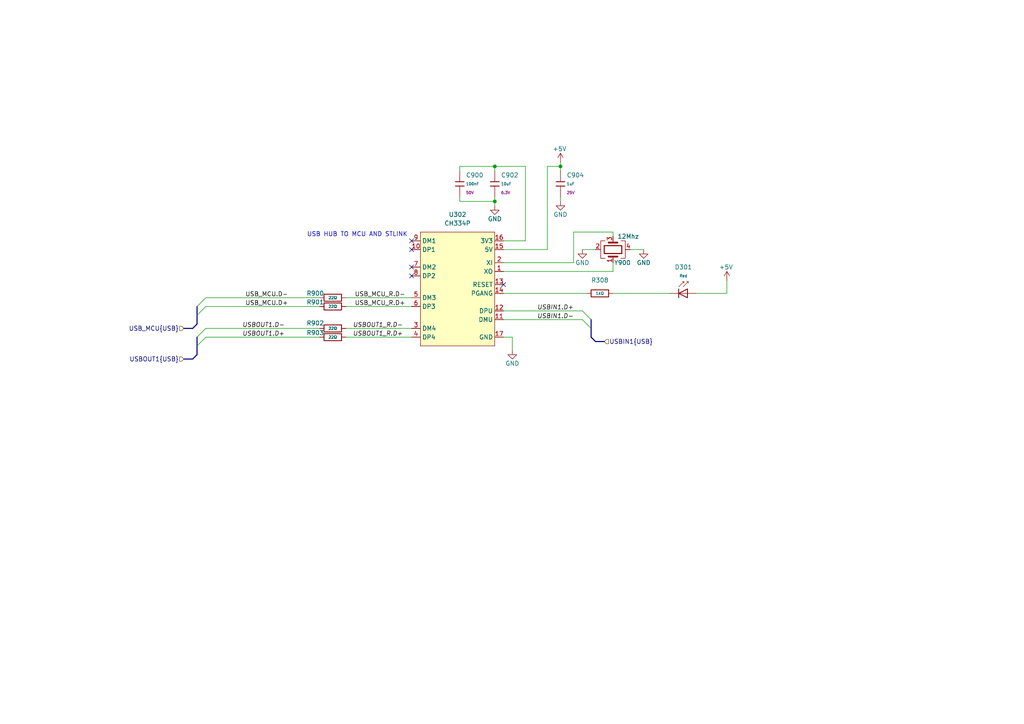
<source format=kicad_sch>
(kicad_sch (version 20231120) (generator "eeschema") (generator_version "8.0")
  (paper "A4")
  (title_block (title "ModuCard base module") (date "2025-02-18") (rev "1.0.0") (company "KoNaR") (comment 1 "Base project authors: Dominik Pluta, Artem Horiunov") (comment 2 "Project author: <author>"))
  (lib_symbols
    (symbol "CH334P:CH334P"
      (property "Reference" "U" (at -8.89 7.62 0))
      (property "Value" "CH334P" (at -1.27 1.27 0))
      (symbol "CH334P_1_1"
        (rectangle (start -10.16 6.35) (end 11.43 -26.67) (fill (type background)))
        (pin input line (at 13.97 -5.08 180) (length 2.54) (name "XO") (number "1"))
        (pin input line (at -12.7 1.27 0) (length 2.54) (name "DP1") (number "10"))
        (pin input line (at 13.97 -19.05 180) (length 2.54) (name "DMU") (number "11"))
        (pin input line (at 13.97 -16.51 180) (length 2.54) (name "DPU") (number "12"))
        (pin input line (at 13.97 -8.89 180) (length 2.54) (name "RESET") (number "13"))
        (pin input line (at 13.97 -11.43 180) (length 2.54) (name "PGANG") (number "14"))
        (pin input line (at 13.97 1.27 180) (length 2.54) (name "5V") (number "15"))
        (pin input line (at 13.97 3.81 180) (length 2.54) (name "3V3") (number "16"))
        (pin input line (at 13.97 -24.13 180) (length 2.54) (name "GND") (number "17"))
        (pin input line (at 13.97 -2.54 180) (length 2.54) (name "XI") (number "2"))
        (pin input line (at -12.7 -21.59 0) (length 2.54) (name "DM4") (number "3"))
        (pin input line (at -12.7 -24.13 0) (length 2.54) (name "DP4") (number "4"))
        (pin input line (at -12.7 -12.7 0) (length 2.54) (name "DM3") (number "5"))
        (pin input line (at -12.7 -15.24 0) (length 2.54) (name "DP3") (number "6"))
        (pin input line (at -12.7 -3.81 0) (length 2.54) (name "DM2") (number "7"))
        (pin input line (at -12.7 -6.35 0) (length 2.54) (name "DP2") (number "8"))
        (pin input line (at -12.7 3.81 0) (length 2.54) (name "DM1") (number "9"))
      )
    )
    (symbol "Device:Crystal_GND24" (pin_names (offset 1.016) hide)
      (property "Reference" "Y" (at 3.175 5.08 0))
      (property "Value" "Crystal_GND24" (at 3.175 3.175 0))
      (symbol "Crystal_GND24_0_1"
        (rectangle (start -1.143 2.54) (end 1.143 -2.54) (stroke (width 0.3048)))
        (polyline (pts (xy -2.54 0) (xy -2.032 0)))
        (polyline (pts (xy -2.032 -1.27) (xy -2.032 1.27)) (stroke (width 0.508)))
        (polyline (pts (xy 0 -3.81) (xy 0 -3.556)))
        (polyline (pts (xy 0 3.556) (xy 0 3.81)))
        (polyline (pts (xy 2.032 -1.27) (xy 2.032 1.27)) (stroke (width 0.508)))
        (polyline (pts (xy 2.032 0) (xy 2.54 0)))
        (polyline (pts (xy -2.54 -2.286) (xy -2.54 -3.556) (xy 2.54 -3.556) (xy 2.54 -2.286)))
        (polyline (pts (xy -2.54 2.286) (xy -2.54 3.556) (xy 2.54 3.556) (xy 2.54 2.286)))
      )
      (symbol "Crystal_GND24_1_1"
        (pin passive line (at -3.81 0 0) (length 1.27) (name "1") (number "1"))
        (pin passive line (at 0 5.08 270) (length 1.27) (name "2") (number "2"))
        (pin passive line (at 3.81 0 180) (length 1.27) (name "3") (number "3"))
        (pin passive line (at 0 -5.08 90) (length 1.27) (name "4") (number "4"))
      )
    )
    (symbol "GND_1" (power) (pin_numbers hide) (pin_names (offset 0) hide)
      (property "Value" "GND" (at 0 -3.81 0))
      (symbol "GND_1_0_1"
        (polyline (pts (xy 0 0) (xy 0 -1.27) (xy 1.27 -1.27) (xy 0 -2.54) (xy -1.27 -1.27) (xy 0 -1.27)))
      )
      (symbol "GND_1_1_1"
        (pin power_in line (at 0 0 270) (length 0) (name "~") (number "1"))
      )
    )
    (symbol "PCM_JLCPCB-Capacitors:0402,100nF,(2)" (pin_numbers hide) (pin_names (offset 0))
      (property "Reference" "C" (at 2.032 1.668 0))
      (property "Value" "100nF" (at 2.032 -0.3782 0))
      (property "Voltage Rated" "50V" (at 2.032 -2.0462 0))
      (symbol "0402,100nF,(2)_0_1"
        (polyline (pts (xy -1.27 -0.635) (xy 1.27 -0.635)) (stroke (width 0.254)))
        (polyline (pts (xy -1.27 0.635) (xy 1.27 0.635)) (stroke (width 0.254)))
      )
      (symbol "0402,100nF,(2)_1_1"
        (pin passive line (at 0 3.81 270) (length 3.175) (name "~") (number "1"))
        (pin passive line (at 0 -3.81 90) (length 3.175) (name "~") (number "2"))
      )
    )
    (symbol "PCM_JLCPCB-Capacitors:0402,10uF" (pin_numbers hide) (pin_names (offset 0))
      (property "Reference" "C" (at 2.032 1.668 0))
      (property "Value" "10uF" (at 2.032 -0.3782 0))
      (property "Voltage Rated" "6.3V" (at 2.032 -2.0462 0))
      (symbol "0402,10uF_0_1"
        (polyline (pts (xy -1.27 -0.635) (xy 1.27 -0.635)) (stroke (width 0.254)))
        (polyline (pts (xy -1.27 0.635) (xy 1.27 0.635)) (stroke (width 0.254)))
      )
      (symbol "0402,10uF_1_1"
        (pin passive line (at 0 3.81 270) (length 3.175) (name "~") (number "1"))
        (pin passive line (at 0 -3.81 90) (length 3.175) (name "~") (number "2"))
      )
    )
    (symbol "PCM_JLCPCB-Capacitors:0402,1uF" (pin_numbers hide) (pin_names (offset 0))
      (property "Reference" "C" (at 2.032 1.668 0))
      (property "Value" "1uF" (at 2.032 -0.3782 0))
      (property "Voltage Rated" "25V" (at 2.032 -2.0462 0))
      (symbol "0402,1uF_0_1"
        (polyline (pts (xy -1.27 -0.635) (xy 1.27 -0.635)) (stroke (width 0.254)))
        (polyline (pts (xy -1.27 0.635) (xy 1.27 0.635)) (stroke (width 0.254)))
      )
      (symbol "0402,1uF_1_1"
        (pin passive line (at 0 3.81 270) (length 3.175) (name "~") (number "1"))
        (pin passive line (at 0 -3.81 90) (length 3.175) (name "~") (number "2"))
      )
    )
    (symbol "PCM_JLCPCB-Diodes:LED,0603,Red" (pin_numbers hide) (pin_names (offset 0))
      (property "Reference" "D" (at 2.032 0.834 0))
      (property "Value" "Red" (at 2.032 -1.2122 0))
      (symbol "LED,0603,Red_0_1"
        (polyline (pts (xy -1.27 -1.27) (xy 1.27 -1.27)) (stroke (width 0.254)))
        (polyline (pts (xy -1.27 1.27) (xy 0 -1.27) (xy 1.27 1.27) (xy -1.27 1.27)) (stroke (width 0.254)))
        (polyline (pts (xy -1.905 -1.27) (xy -3.429 0.254) (xy -3.429 -0.254) (xy -3.429 0.254) (xy -2.921 0.254)) (stroke (width 0.127)))
        (polyline (pts (xy -1.905 0) (xy -3.429 1.524) (xy -3.429 1.016) (xy -3.429 1.524) (xy -2.921 1.524)) (stroke (width 0.127)))
      )
      (symbol "LED,0603,Red_1_1"
        (pin passive line (at 0 -3.81 90) (length 3.81) (name "~") (number "1"))
        (pin passive line (at 0 3.81 270) (length 3.81) (name "~") (number "2"))
      )
    )
    (symbol "PCM_JLCPCB-Resistors:0402,1kΩ" (pin_numbers hide) (pin_names (offset 0))
      (property "Reference" "R" (at 1.778 0 0))
      (property "Value" "1kΩ" (at 0 0 90))
      (symbol "0402,1kΩ_0_1"
        (rectangle (start -1.016 2.54) (end 1.016 -2.54) (stroke (width 0.254)))
      )
      (symbol "0402,1kΩ_1_1"
        (pin passive line (at 0 3.81 270) (length 1.27) (name "~") (number "1"))
        (pin passive line (at 0 -3.81 90) (length 1.27) (name "~") (number "2"))
      )
    )
    (symbol "PCM_JLCPCB-Resistors:0402,22Ω" (pin_numbers hide) (pin_names (offset 0))
      (property "Reference" "R" (at 1.778 0 0))
      (property "Value" "22Ω" (at 0 0 90))
      (symbol "0402,22Ω_0_1"
        (rectangle (start -1.016 2.54) (end 1.016 -2.54) (stroke (width 0.254)))
      )
      (symbol "0402,22Ω_1_1"
        (pin passive line (at 0 3.81 270) (length 1.27) (name "~") (number "1"))
        (pin passive line (at 0 -3.81 90) (length 1.27) (name "~") (number "2"))
      )
    )
    (symbol "power:+5V" (power) (pin_numbers hide) (pin_names (offset 0) hide)
      (property "Value" "+5V" (at 0 3.556 0))
      (symbol "+5V_0_1"
        (polyline (pts (xy -0.762 1.27) (xy 0 2.54)))
        (polyline (pts (xy 0 0) (xy 0 2.54)))
        (polyline (pts (xy 0 2.54) (xy 0.762 1.27)))
      )
      (symbol "+5V_1_1"
        (pin power_in line (at 0 0 90) (length 0) (name "~") (number "1"))
      )
    )
    (symbol "power:GND" (power) (pin_names (offset 0))
      (property "Value" "GND" (at 0 -3.81 0))
      (symbol "GND_0_1"
        (polyline (pts (xy 0 0) (xy 0 -1.27) (xy 1.27 -1.27) (xy 0 -2.54) (xy -1.27 -1.27) (xy 0 -1.27)))
      )
      (symbol "GND_1_1"
        (pin power_in line (at 0 0 270) (length 0) hide (name "GND") (number "1"))
      )
    )
  )
  (bus_alias "USB" (members "D+" "D-"))
  (junction (at 162.56 48.26))
  (junction (at 143.51 58.42))
  (junction (at 143.51 48.26))
  (no_connect (at 119.38 80.01))
  (no_connect (at 119.38 77.47))
  (no_connect (at 119.38 69.85))
  (no_connect (at 146.05 82.55))
  (no_connect (at 119.38 72.39))
  (bus_entry (at 59.69 86.36) (size -2.54 2.54))
  (bus_entry (at 171.45 95.25) (size -2.54 -2.54))
  (bus_entry (at 59.69 95.25) (size -2.54 2.54))
  (bus_entry (at 59.69 97.79) (size -2.54 2.54))
  (bus_entry (at 171.45 92.71) (size -2.54 -2.54))
  (bus_entry (at 59.69 88.9) (size -2.54 2.54))
  (wire (pts (xy 133.35 48.26) (xy 143.51 48.26)))
  (wire (pts (xy 59.69 97.79) (xy 92.71 97.79)))
  (wire (pts (xy 182.88 72.39) (xy 186.69 72.39)))
  (wire (pts (xy 59.69 95.25) (xy 92.71 95.25)))
  (wire (pts (xy 158.75 48.26) (xy 158.75 72.39)))
  (wire (pts (xy 146.05 90.17) (xy 168.91 90.17)))
  (wire (pts (xy 201.93 85.09) (xy 210.82 85.09)))
  (bus (pts (xy 57.15 91.44) (xy 57.15 93.98)))
  (wire (pts (xy 168.91 72.39) (xy 172.72 72.39)))
  (wire (pts (xy 143.51 57.15) (xy 143.51 58.42)))
  (bus (pts (xy 53.34 95.25) (xy 55.88 95.25)))
  (wire (pts (xy 162.56 46.99) (xy 162.56 48.26)))
  (bus (pts (xy 57.15 88.9) (xy 57.15 91.44)))
  (wire (pts (xy 166.37 67.31) (xy 177.8 67.31)))
  (wire (pts (xy 152.4 48.26) (xy 152.4 69.85)))
  (wire (pts (xy 143.51 58.42) (xy 143.51 59.69)))
  (wire (pts (xy 146.05 69.85) (xy 152.4 69.85)))
  (bus (pts (xy 57.15 100.33) (xy 57.15 102.87)))
  (bus (pts (xy 172.72 99.06) (xy 171.45 97.79)))
  (bus (pts (xy 57.15 97.79) (xy 57.15 100.33)))
  (wire (pts (xy 146.05 92.71) (xy 168.91 92.71)))
  (wire (pts (xy 146.05 78.74) (xy 177.8 78.74)))
  (wire (pts (xy 210.82 85.09) (xy 210.82 81.28)))
  (wire (pts (xy 59.69 86.36) (xy 92.71 86.36)))
  (bus (pts (xy 53.34 104.14) (xy 55.88 104.14)))
  (wire (pts (xy 133.35 58.42) (xy 143.51 58.42)))
  (wire (pts (xy 148.59 101.6) (xy 148.59 97.79)))
  (wire (pts (xy 133.35 58.42) (xy 133.35 57.15)))
  (wire (pts (xy 152.4 48.26) (xy 143.51 48.26)))
  (bus (pts (xy 57.15 93.98) (xy 55.88 95.25)))
  (wire (pts (xy 100.33 88.9) (xy 119.38 88.9)))
  (wire (pts (xy 162.56 49.53) (xy 162.56 48.26)))
  (wire (pts (xy 146.05 72.39) (xy 158.75 72.39)))
  (wire (pts (xy 146.05 85.09) (xy 170.18 85.09)))
  (wire (pts (xy 148.59 97.79) (xy 146.05 97.79)))
  (wire (pts (xy 133.35 48.26) (xy 133.35 49.53)))
  (wire (pts (xy 100.33 86.36) (xy 119.38 86.36)))
  (bus (pts (xy 172.72 99.06) (xy 175.26 99.06)))
  (wire (pts (xy 143.51 49.53) (xy 143.51 48.26)))
  (bus (pts (xy 171.45 92.71) (xy 171.45 95.25)))
  (wire (pts (xy 177.8 85.09) (xy 194.31 85.09)))
  (bus (pts (xy 57.15 102.87) (xy 55.88 104.14)))
  (wire (pts (xy 146.05 76.2) (xy 166.37 76.2)))
  (wire (pts (xy 166.37 67.31) (xy 166.37 76.2)))
  (wire (pts (xy 100.33 97.79) (xy 119.38 97.79)))
  (wire (pts (xy 59.69 88.9) (xy 92.71 88.9)))
  (wire (pts (xy 100.33 95.25) (xy 119.38 95.25)))
  (wire (pts (xy 177.8 67.31) (xy 177.8 68.58)))
  (wire (pts (xy 177.8 76.2) (xy 177.8 78.74)))
  (bus (pts (xy 171.45 95.25) (xy 171.45 97.79)))
  (wire (pts (xy 162.56 57.15) (xy 162.56 58.42)))
  (wire (pts (xy 158.75 48.26) (xy 162.56 48.26)))
  (text "USB HUB TO MCU AND STLINK" (at 103.632 68.072 0) (effects (font (size 1.27 1.27))))
  (label "USBIN1.D-" (at 166.37 92.71 180) (effects (font (italic yes))))
  (label "USB_MCU.D+" (at 71.12 88.9 0))
  (label "USBIN1.D+" (at 166.37 90.17 180) (effects (font (italic yes))))
  (label "USB_MCU_R.D+" (at 102.87 88.9 0))
  (label "USB_MCU_R.D-" (at 102.87 86.36 0))
  (label "USB_MCU.D-" (at 71.12 86.36 0))
  (label "USBOUT1.D-" (at 82.55 95.25 180) (effects (font (italic yes))))
  (label "USBOUT1_R.D+" (at 116.84 97.79 180) (effects (font (italic yes))))
  (label "USBOUT1.D+" (at 82.55 97.79 180) (effects (font (italic yes))))
  (label "USBOUT1_R.D-" (at 116.84 95.25 180) (effects (font (italic yes))))
  (hierarchical_label "USBIN1{USB}" (shape input) (at 175.26 99.06 0))
  (hierarchical_label "USBOUT1{USB}" (shape input) (at 53.34 104.14 180))
  (hierarchical_label "USB_MCU{USB}" (shape input) (at 53.34 95.25 180))
  (symbol (lib_id "PCM_JLCPCB-Resistors:0402,22Ω") (at 96.52 86.36 90) (unit 1)
    (property "Reference" "R900" (at 91.44 85.09 90))
    (property "Value" "22Ω" (at 96.52 86.36 90) (effects (font (size 0.8 0.8))))
    (property "Footprint" "PCM_JLCPCB:R_0402" (effects (hide yes)))
    (property "Datasheet" "https://www.lcsc.com/datasheet/lcsc_datasheet_2205311900_UNI-ROYAL-Uniroyal-Elec-0402WGF220JTCE_C25092.pdf" (effects (hide yes)))
    (property "Description" "62.5mW Thick Film Resistors 50V ±1% ±100ppm/°C 22Ω 0402 Chip Resistor - Surface Mount ROHS" (effects (hide yes)))
    (property "LCSC" "C25092" (effects (hide yes)))
    (property "Stock" "2497993" (effects (hide yes)))
    (property "Price" "0.004USD" (effects (hide yes)))
    (property "Process" "SMT" (effects (hide yes)))
    (property "Minimum Qty" "20" (effects (hide yes)))
    (property "Attrition Qty" "10" (effects (hide yes)))
    (property "Class" "Basic Component" (effects (hide yes)))
    (property "Category" "Resistors,Chip Resistor - Surface Mount" (effects (hide yes)))
    (property "Manufacturer" "UNI-ROYAL(Uniroyal Elec)" (effects (hide yes)))
    (property "Part" "0402WGF220JTCE" (effects (hide yes)))
    (property "Resistance" "22Ω" (effects (hide yes)))
    (property "Power(Watts)" "62.5mW" (effects (hide yes)))
    (property "Type" "Thick Film Resistors" (effects (hide yes)))
    (property "Overload Voltage (Max)" "50V" (effects (hide yes)))
    (property "Operating Temperature Range" "-55°C~+155°C" (effects (hide yes)))
    (property "Tolerance" "±1%" (effects (hide yes)))
    (property "Temperature Coefficient" "±100ppm/°C" (effects (hide yes)))
  )
  (symbol (lib_id "power:GND") (at 186.69 72.39 0) (unit 1)
    (property "Reference" "#PWR0901" (effects (hide yes)))
    (property "Value" "GND" (at 186.69 76.2 0))
  )
  (symbol (lib_id "power:GND") (at 143.51 59.69 0) (unit 1)
    (property "Reference" "#PWR0905" (effects (hide yes)))
    (property "Value" "GND" (at 143.51 63.5 0))
  )
  (symbol (lib_id "PCM_JLCPCB-Capacitors:0402,100nF,(2)") (at 133.35 53.34 0) (unit 1)
    (property "Reference" "C900" (at 135.128 50.7999 0) (effects (justify left)))
    (property "Value" "100nF" (at 135.128 53.34 0) (effects (font (size 0.8 0.8)) (justify left)))
    (property "Footprint" "PCM_JLCPCB:C_0402" (effects (hide yes)))
    (property "Datasheet" "https://www.lcsc.com/datasheet/lcsc_datasheet_2304140030_Samsung-Electro-Mechanics-CL05B104KB54PNC_C307331.pdf" (effects (hide yes)))
    (property "Description" "50V 100nF X7R ±10% 0402 Multilayer Ceramic Capacitors MLCC - SMD/SMT ROHS" (effects (hide yes)))
    (property "LCSC" "C307331" (effects (hide yes)))
    (property "Stock" "3851753" (effects (hide yes)))
    (property "Price" "0.008USD" (effects (hide yes)))
    (property "Process" "SMT" (effects (hide yes)))
    (property "Minimum Qty" "20" (effects (hide yes)))
    (property "Attrition Qty" "10" (effects (hide yes)))
    (property "Class" "Basic Component" (effects (hide yes)))
    (property "Category" "Capacitors,Multilayer Ceramic Capacitors MLCC - SMD/SMT" (effects (hide yes)))
    (property "Manufacturer" "Samsung Electro-Mechanics" (effects (hide yes)))
    (property "Part" "CL05B104KB54PNC" (effects (hide yes)))
    (property "Voltage Rated" "50V" (at 135.128 55.88 0) (effects (font (size 0.8 0.8)) (justify left)))
    (property "Tolerance" "±10%" (effects (hide yes)))
    (property "Capacitance" "100nF" (effects (hide yes)))
    (property "Temperature Coefficient" "X7R" (effects (hide yes)))
  )
  (symbol (lib_id "PCM_JLCPCB-Capacitors:0402,1uF") (at 162.56 53.34 0) (unit 1)
    (property "Reference" "C904" (at 164.338 50.8 0) (effects (justify left)))
    (property "Value" "1uF" (at 164.338 53.3401 0) (effects (font (size 0.8 0.8)) (justify left)))
    (property "Footprint" "PCM_JLCPCB:C_0402" (effects (hide yes)))
    (property "Datasheet" "https://www.lcsc.com/datasheet/lcsc_datasheet_2304140030_Samsung-Electro-Mechanics-CL05A105KA5NQNC_C52923.pdf" (effects (hide yes)))
    (property "Description" "25V 1uF X5R ±10% 0402 Multilayer Ceramic Capacitors MLCC - SMD/SMT ROHS" (effects (hide yes)))
    (property "LCSC" "C52923" (effects (hide yes)))
    (property "Stock" "6814914" (effects (hide yes)))
    (property "Price" "0.006USD" (effects (hide yes)))
    (property "Process" "SMT" (effects (hide yes)))
    (property "Minimum Qty" "20" (effects (hide yes)))
    (property "Attrition Qty" "10" (effects (hide yes)))
    (property "Class" "Basic Component" (effects (hide yes)))
    (property "Category" "Capacitors,Multilayer Ceramic Capacitors MLCC - SMD/SMT" (effects (hide yes)))
    (property "Manufacturer" "Samsung Electro-Mechanics" (effects (hide yes)))
    (property "Part" "CL05A105KA5NQNC" (effects (hide yes)))
    (property "Voltage Rated" "25V" (at 164.338 55.8801 0) (effects (font (size 0.8 0.8)) (justify left)))
    (property "Tolerance" "±10%" (effects (hide yes)))
    (property "Capacitance" "1uF" (effects (hide yes)))
    (property "Temperature Coefficient" "X5R" (effects (hide yes)))
  )
  (symbol (lib_id "CH334P:CH334P") (at 132.08 73.66 0) (unit 1)
    (property "Reference" "U302" (at 132.715 62.23 0))
    (property "Value" "CH334P" (at 132.715 64.77 0))
    (property "Footprint" "Package_DFN_QFN:QFN-16-1EP_3x3mm_P0.5mm_EP1.7x1.7mm" (effects (hide yes)))
    (property "Datasheet" "https://www.lcsc.com/datasheet/lcsc_datasheet_2408131044_WCH-Jiangsu-Qin-Heng-CH334P_C5373042.pdf" (effects (hide yes)))
    (property "Description" "4 Port Hub with MTT" (effects (hide yes)))
  )
  (symbol (lib_id "PCM_JLCPCB-Resistors:0402,22Ω") (at 96.52 95.25 90) (unit 1)
    (property "Reference" "R902" (at 91.44 93.726 90))
    (property "Value" "22Ω" (at 96.52 95.25 90) (effects (font (size 0.8 0.8))))
    (property "Footprint" "PCM_JLCPCB:R_0402" (effects (hide yes)))
    (property "Datasheet" "https://www.lcsc.com/datasheet/lcsc_datasheet_2205311900_UNI-ROYAL-Uniroyal-Elec-0402WGF220JTCE_C25092.pdf" (effects (hide yes)))
    (property "Description" "62.5mW Thick Film Resistors 50V ±1% ±100ppm/°C 22Ω 0402 Chip Resistor - Surface Mount ROHS" (effects (hide yes)))
    (property "LCSC" "C25092" (effects (hide yes)))
    (property "Stock" "2497993" (effects (hide yes)))
    (property "Price" "0.004USD" (effects (hide yes)))
    (property "Process" "SMT" (effects (hide yes)))
    (property "Minimum Qty" "20" (effects (hide yes)))
    (property "Attrition Qty" "10" (effects (hide yes)))
    (property "Class" "Basic Component" (effects (hide yes)))
    (property "Category" "Resistors,Chip Resistor - Surface Mount" (effects (hide yes)))
    (property "Manufacturer" "UNI-ROYAL(Uniroyal Elec)" (effects (hide yes)))
    (property "Part" "0402WGF220JTCE" (effects (hide yes)))
    (property "Resistance" "22Ω" (effects (hide yes)))
    (property "Power(Watts)" "62.5mW" (effects (hide yes)))
    (property "Type" "Thick Film Resistors" (effects (hide yes)))
    (property "Overload Voltage (Max)" "50V" (effects (hide yes)))
    (property "Operating Temperature Range" "-55°C~+155°C" (effects (hide yes)))
    (property "Tolerance" "±1%" (effects (hide yes)))
    (property "Temperature Coefficient" "±100ppm/°C" (effects (hide yes)))
  )
  (symbol (lib_id "PCM_JLCPCB-Resistors:0402,22Ω") (at 96.52 97.79 90) (unit 1)
    (property "Reference" "R903" (at 91.44 96.52 90))
    (property "Value" "22Ω" (at 96.52 97.79 90) (effects (font (size 0.8 0.8))))
    (property "Footprint" "PCM_JLCPCB:R_0402" (effects (hide yes)))
    (property "Datasheet" "https://www.lcsc.com/datasheet/lcsc_datasheet_2205311900_UNI-ROYAL-Uniroyal-Elec-0402WGF220JTCE_C25092.pdf" (effects (hide yes)))
    (property "Description" "62.5mW Thick Film Resistors 50V ±1% ±100ppm/°C 22Ω 0402 Chip Resistor - Surface Mount ROHS" (effects (hide yes)))
    (property "LCSC" "C25092" (effects (hide yes)))
    (property "Stock" "2497993" (effects (hide yes)))
    (property "Price" "0.004USD" (effects (hide yes)))
    (property "Process" "SMT" (effects (hide yes)))
    (property "Minimum Qty" "20" (effects (hide yes)))
    (property "Attrition Qty" "10" (effects (hide yes)))
    (property "Class" "Basic Component" (effects (hide yes)))
    (property "Category" "Resistors,Chip Resistor - Surface Mount" (effects (hide yes)))
    (property "Manufacturer" "UNI-ROYAL(Uniroyal Elec)" (effects (hide yes)))
    (property "Part" "0402WGF220JTCE" (effects (hide yes)))
    (property "Resistance" "22Ω" (effects (hide yes)))
    (property "Power(Watts)" "62.5mW" (effects (hide yes)))
    (property "Type" "Thick Film Resistors" (effects (hide yes)))
    (property "Overload Voltage (Max)" "50V" (effects (hide yes)))
    (property "Operating Temperature Range" "-55°C~+155°C" (effects (hide yes)))
    (property "Tolerance" "±1%" (effects (hide yes)))
    (property "Temperature Coefficient" "±100ppm/°C" (effects (hide yes)))
  )
  (symbol (lib_id "PCM_JLCPCB-Resistors:0402,22Ω") (at 96.52 88.9 90) (unit 1)
    (property "Reference" "R901" (at 91.44 87.63 90))
    (property "Value" "22Ω" (at 96.52 88.9 90) (effects (font (size 0.8 0.8))))
    (property "Footprint" "PCM_JLCPCB:R_0402" (effects (hide yes)))
    (property "Datasheet" "https://www.lcsc.com/datasheet/lcsc_datasheet_2205311900_UNI-ROYAL-Uniroyal-Elec-0402WGF220JTCE_C25092.pdf" (effects (hide yes)))
    (property "Description" "62.5mW Thick Film Resistors 50V ±1% ±100ppm/°C 22Ω 0402 Chip Resistor - Surface Mount ROHS" (effects (hide yes)))
    (property "LCSC" "C25092" (effects (hide yes)))
    (property "Stock" "2497993" (effects (hide yes)))
    (property "Price" "0.004USD" (effects (hide yes)))
    (property "Process" "SMT" (effects (hide yes)))
    (property "Minimum Qty" "20" (effects (hide yes)))
    (property "Attrition Qty" "10" (effects (hide yes)))
    (property "Class" "Basic Component" (effects (hide yes)))
    (property "Category" "Resistors,Chip Resistor - Surface Mount" (effects (hide yes)))
    (property "Manufacturer" "UNI-ROYAL(Uniroyal Elec)" (effects (hide yes)))
    (property "Part" "0402WGF220JTCE" (effects (hide yes)))
    (property "Resistance" "22Ω" (effects (hide yes)))
    (property "Power(Watts)" "62.5mW" (effects (hide yes)))
    (property "Type" "Thick Film Resistors" (effects (hide yes)))
    (property "Overload Voltage (Max)" "50V" (effects (hide yes)))
    (property "Operating Temperature Range" "-55°C~+155°C" (effects (hide yes)))
    (property "Tolerance" "±1%" (effects (hide yes)))
    (property "Temperature Coefficient" "±100ppm/°C" (effects (hide yes)))
  )
  (symbol (lib_name "GND_1") (lib_id "power:GND") (at 148.59 101.6 0) (unit 1)
    (property "Reference" "#PWR0329" (effects (hide yes)))
    (property "Value" "GND" (at 148.59 105.41 0))
    (property "Description" "Power symbol creates a global label with name \"GND\" , ground" (effects (hide yes)))
  )
  (symbol (lib_id "PCM_JLCPCB-Diodes:LED,0603,Red") (at 198.12 85.09 270) (unit 1)
    (property "Reference" "D301" (at 198.2152 77.47 90))
    (property "Value" "Red" (at 198.2152 80.01 90) (effects (font (size 0.8 0.8))))
    (property "Footprint" "PCM_JLCPCB:D_0603" (effects (hide yes)))
    (property "Datasheet" "https://www.lcsc.com/datasheet/lcsc_datasheet_1810231112_Hubei-KENTO-Elec-KT-0603R_C2286.pdf" (effects (hide yes)))
    (property "Description" "-40°C~+85°C Red 0603 LED Indication - Discrete ROHS" (effects (hide yes)))
    (property "LCSC" "C2286" (effects (hide yes)))
    (property "Stock" "2282993" (effects (hide yes)))
    (property "Price" "0.009USD" (effects (hide yes)))
    (property "Process" "SMT" (effects (hide yes)))
    (property "Minimum Qty" "20" (effects (hide yes)))
    (property "Attrition Qty" "6" (effects (hide yes)))
    (property "Class" "Basic Component" (effects (hide yes)))
    (property "Category" "Optocouplers & LEDs & Infrared,Light Emitting Diodes (LED)" (effects (hide yes)))
    (property "Manufacturer" "Hubei KENTO Elec" (effects (hide yes)))
    (property "Part" "KT-0603R" (effects (hide yes)))
  )
  (symbol (lib_id "PCM_JLCPCB-Capacitors:0402,10uF") (at 143.51 53.34 0) (unit 1)
    (property "Reference" "C902" (at 145.288 50.7999 0) (effects (justify left)))
    (property "Value" "10uF" (at 145.288 53.34 0) (effects (font (size 0.8 0.8)) (justify left)))
    (property "Footprint" "PCM_JLCPCB:C_0402" (effects (hide yes)))
    (property "Datasheet" "https://www.lcsc.com/datasheet/lcsc_datasheet_2208231630_Samsung-Electro-Mechanics-CL05A106MQ5NUNC_C15525.pdf" (effects (hide yes)))
    (property "Description" "6.3V 10uF X5R ±20% 0402 Multilayer Ceramic Capacitors MLCC - SMD/SMT ROHS" (effects (hide yes)))
    (property "LCSC" "C15525" (effects (hide yes)))
    (property "Stock" "7825129" (effects (hide yes)))
    (property "Price" "0.007USD" (effects (hide yes)))
    (property "Process" "SMT" (effects (hide yes)))
    (property "Minimum Qty" "20" (effects (hide yes)))
    (property "Attrition Qty" "10" (effects (hide yes)))
    (property "Class" "Basic Component" (effects (hide yes)))
    (property "Category" "Capacitors,Multilayer Ceramic Capacitors MLCC - SMD/SMT" (effects (hide yes)))
    (property "Manufacturer" "Samsung Electro-Mechanics" (effects (hide yes)))
    (property "Part" "CL05A106MQ5NUNC" (effects (hide yes)))
    (property "Voltage Rated" "6.3V" (at 145.288 55.88 0) (effects (font (size 0.8 0.8)) (justify left)))
    (property "Tolerance" "±20%" (effects (hide yes)))
    (property "Capacitance" "10uF" (effects (hide yes)))
    (property "Temperature Coefficient" "X5R" (effects (hide yes)))
  )
  (symbol (lib_id "power:+5V") (at 162.56 46.99 0) (unit 1)
    (property "Reference" "#PWR0902" (effects (hide yes)))
    (property "Value" "+5V" (at 162.306 43.18 0))
    (property "Description" "Power symbol creates a global label with name \"+5V\"" (effects (hide yes)))
  )
  (symbol (lib_id "power:GND") (at 162.56 58.42 0) (mirror y) (unit 1)
    (property "Reference" "#PWR0904" (effects (hide yes)))
    (property "Value" "GND" (at 162.56 62.23 0))
  )
  (symbol (lib_id "power:GND") (at 168.91 72.39 0) (unit 1)
    (property "Reference" "#PWR0900" (effects (hide yes)))
    (property "Value" "GND" (at 168.91 76.2 0))
  )
  (symbol (lib_id "PCM_JLCPCB-Resistors:0402,1kΩ") (at 173.99 85.09 90) (unit 1)
    (property "Reference" "R308" (at 173.99 81.28 90))
    (property "Value" "1kΩ" (at 173.99 85.09 90) (effects (font (size 0.8 0.8))))
    (property "Footprint" "PCM_JLCPCB:R_0402" (effects (hide yes)))
    (property "Datasheet" "https://www.lcsc.com/datasheet/lcsc_datasheet_2206010216_UNI-ROYAL-Uniroyal-Elec-0402WGF1001TCE_C11702.pdf" (effects (hide yes)))
    (property "Description" "62.5mW Thick Film Resistors 50V ±100ppm/°C ±1% 1kΩ 0402 Chip Resistor - Surface Mount ROHS" (effects (hide yes)))
    (property "LCSC" "C11702" (effects (hide yes)))
    (property "Stock" "10672962" (effects (hide yes)))
    (property "Price" "0.004USD" (effects (hide yes)))
    (property "Process" "SMT" (effects (hide yes)))
    (property "Minimum Qty" "20" (effects (hide yes)))
    (property "Attrition Qty" "10" (effects (hide yes)))
    (property "Class" "Basic Component" (effects (hide yes)))
    (property "Category" "Resistors,Chip Resistor - Surface Mount" (effects (hide yes)))
    (property "Manufacturer" "UNI-ROYAL(Uniroyal Elec)" (effects (hide yes)))
    (property "Part" "0402WGF1001TCE" (effects (hide yes)))
    (property "Resistance" "1kΩ" (effects (hide yes)))
    (property "Power(Watts)" "62.5mW" (effects (hide yes)))
    (property "Type" "Thick Film Resistors" (effects (hide yes)))
    (property "Overload Voltage (Max)" "50V" (effects (hide yes)))
    (property "Operating Temperature Range" "-55°C~+155°C" (effects (hide yes)))
    (property "Tolerance" "±1%" (effects (hide yes)))
    (property "Temperature Coefficient" "±100ppm/°C" (effects (hide yes)))
  )
  (symbol (lib_id "Device:Crystal_GND24") (at 177.8 72.39 90) (unit 1)
    (property "Reference" "Y900" (at 178.054 76.2 90) (effects (justify right)))
    (property "Value" "12Mhz" (at 179.07 68.58 90) (effects (justify right)))
    (property "Footprint" "Crystal:Crystal_SMD_3225-4Pin_3.2x2.5mm" (effects (hide yes)))
  )
  (symbol (lib_id "power:+5V") (at 210.82 81.28 0) (unit 1)
    (property "Reference" "#PWR0328" (effects (hide yes)))
    (property "Value" "+5V" (at 210.566 77.47 0))
    (property "Description" "Power symbol creates a global label with name \"+5V\"" (effects (hide yes)))
  )
)
</source>
